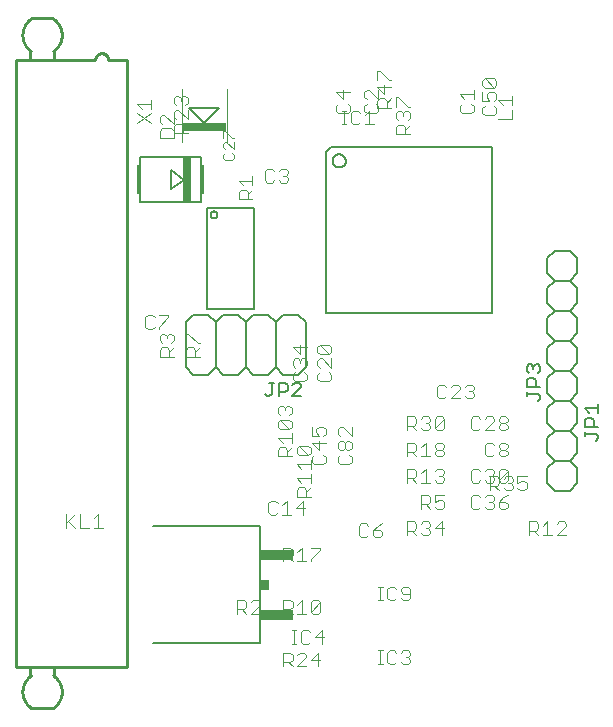
<source format=gbr>
G04 EAGLE Gerber RS-274X export*
G75*
%MOMM*%
%FSLAX34Y34*%
%LPD*%
%INSilkscreen Top*%
%IPPOS*%
%AMOC8*
5,1,8,0,0,1.08239X$1,22.5*%
G01*
%ADD10C,0.101600*%
%ADD11C,0.127000*%
%ADD12R,3.810000X0.635000*%
%ADD13C,0.076200*%
%ADD14C,0.203200*%
%ADD15R,0.762000X0.863600*%
%ADD16R,2.799800X0.900200*%
%ADD17C,0.152400*%
%ADD18C,0.254000*%

G36*
X159940Y396302D02*
X159940Y396302D01*
X160006Y396304D01*
X160049Y396322D01*
X160096Y396330D01*
X160153Y396364D01*
X160213Y396389D01*
X160248Y396420D01*
X160289Y396445D01*
X160331Y396496D01*
X160379Y396540D01*
X160401Y396582D01*
X160430Y396619D01*
X160451Y396681D01*
X160482Y396740D01*
X160490Y396794D01*
X160502Y396831D01*
X160501Y396871D01*
X160509Y396925D01*
X160509Y434925D01*
X160498Y434990D01*
X160496Y435056D01*
X160478Y435099D01*
X160470Y435146D01*
X160436Y435203D01*
X160411Y435263D01*
X160380Y435298D01*
X160355Y435339D01*
X160304Y435381D01*
X160260Y435429D01*
X160218Y435451D01*
X160181Y435480D01*
X160119Y435501D01*
X160060Y435532D01*
X160006Y435540D01*
X159969Y435552D01*
X159929Y435551D01*
X159875Y435559D01*
X153875Y435559D01*
X153810Y435548D01*
X153744Y435546D01*
X153701Y435528D01*
X153654Y435520D01*
X153597Y435486D01*
X153537Y435461D01*
X153502Y435430D01*
X153461Y435405D01*
X153420Y435354D01*
X153371Y435310D01*
X153349Y435268D01*
X153320Y435231D01*
X153299Y435169D01*
X153268Y435110D01*
X153260Y435056D01*
X153248Y435019D01*
X153249Y434979D01*
X153241Y434925D01*
X153241Y396925D01*
X153252Y396860D01*
X153254Y396794D01*
X153272Y396751D01*
X153280Y396704D01*
X153314Y396647D01*
X153339Y396587D01*
X153370Y396552D01*
X153395Y396511D01*
X153446Y396470D01*
X153490Y396421D01*
X153532Y396399D01*
X153569Y396370D01*
X153631Y396349D01*
X153690Y396318D01*
X153744Y396310D01*
X153781Y396298D01*
X153821Y396299D01*
X153875Y396291D01*
X159875Y396291D01*
X159940Y396302D01*
G37*
G36*
X116940Y403302D02*
X116940Y403302D01*
X117006Y403304D01*
X117049Y403322D01*
X117096Y403330D01*
X117153Y403364D01*
X117213Y403389D01*
X117248Y403420D01*
X117289Y403445D01*
X117331Y403496D01*
X117379Y403540D01*
X117401Y403582D01*
X117430Y403619D01*
X117451Y403681D01*
X117482Y403740D01*
X117490Y403794D01*
X117502Y403831D01*
X117501Y403871D01*
X117509Y403925D01*
X117509Y427925D01*
X117498Y427990D01*
X117496Y428056D01*
X117478Y428099D01*
X117470Y428146D01*
X117436Y428203D01*
X117411Y428263D01*
X117380Y428298D01*
X117355Y428339D01*
X117304Y428381D01*
X117260Y428429D01*
X117218Y428451D01*
X117181Y428480D01*
X117119Y428501D01*
X117060Y428532D01*
X117006Y428540D01*
X116969Y428552D01*
X116929Y428551D01*
X116875Y428559D01*
X114875Y428559D01*
X114810Y428548D01*
X114744Y428546D01*
X114701Y428528D01*
X114654Y428520D01*
X114597Y428486D01*
X114537Y428461D01*
X114502Y428430D01*
X114461Y428405D01*
X114420Y428354D01*
X114371Y428310D01*
X114349Y428268D01*
X114320Y428231D01*
X114299Y428169D01*
X114268Y428110D01*
X114260Y428056D01*
X114248Y428019D01*
X114249Y427979D01*
X114241Y427925D01*
X114241Y403925D01*
X114252Y403860D01*
X114254Y403794D01*
X114272Y403751D01*
X114280Y403704D01*
X114314Y403647D01*
X114339Y403587D01*
X114370Y403552D01*
X114395Y403511D01*
X114446Y403470D01*
X114490Y403421D01*
X114532Y403399D01*
X114569Y403370D01*
X114631Y403349D01*
X114690Y403318D01*
X114744Y403310D01*
X114781Y403298D01*
X114821Y403299D01*
X114875Y403291D01*
X116875Y403291D01*
X116940Y403302D01*
G37*
G36*
X170940Y403302D02*
X170940Y403302D01*
X171006Y403304D01*
X171049Y403322D01*
X171096Y403330D01*
X171153Y403364D01*
X171213Y403389D01*
X171248Y403420D01*
X171289Y403445D01*
X171331Y403496D01*
X171379Y403540D01*
X171401Y403582D01*
X171430Y403619D01*
X171451Y403681D01*
X171482Y403740D01*
X171490Y403794D01*
X171502Y403831D01*
X171501Y403871D01*
X171509Y403925D01*
X171509Y427925D01*
X171498Y427990D01*
X171496Y428056D01*
X171478Y428099D01*
X171470Y428146D01*
X171436Y428203D01*
X171411Y428263D01*
X171380Y428298D01*
X171355Y428339D01*
X171304Y428381D01*
X171260Y428429D01*
X171218Y428451D01*
X171181Y428480D01*
X171119Y428501D01*
X171060Y428532D01*
X171006Y428540D01*
X170969Y428552D01*
X170929Y428551D01*
X170875Y428559D01*
X168875Y428559D01*
X168810Y428548D01*
X168744Y428546D01*
X168701Y428528D01*
X168654Y428520D01*
X168597Y428486D01*
X168537Y428461D01*
X168502Y428430D01*
X168461Y428405D01*
X168420Y428354D01*
X168371Y428310D01*
X168349Y428268D01*
X168320Y428231D01*
X168299Y428169D01*
X168268Y428110D01*
X168260Y428056D01*
X168248Y428019D01*
X168249Y427979D01*
X168241Y427925D01*
X168241Y403925D01*
X168252Y403860D01*
X168254Y403794D01*
X168272Y403751D01*
X168280Y403704D01*
X168314Y403647D01*
X168339Y403587D01*
X168370Y403552D01*
X168395Y403511D01*
X168446Y403470D01*
X168490Y403421D01*
X168532Y403399D01*
X168569Y403370D01*
X168631Y403349D01*
X168690Y403318D01*
X168744Y403310D01*
X168781Y403298D01*
X168821Y403299D01*
X168875Y403291D01*
X170875Y403291D01*
X170940Y403302D01*
G37*
D10*
X54326Y132852D02*
X54326Y121158D01*
X54326Y125056D02*
X62122Y132852D01*
X56275Y127005D02*
X62122Y121158D01*
X66020Y121158D02*
X66020Y132852D01*
X66020Y121158D02*
X73816Y121158D01*
X77714Y128954D02*
X81612Y132852D01*
X81612Y121158D01*
X77714Y121158D02*
X85510Y121158D01*
D11*
X116875Y396925D02*
X116875Y434925D01*
X116875Y396925D02*
X168875Y396925D01*
X168875Y434925D01*
X116875Y434925D01*
X142875Y423925D02*
X142875Y407925D01*
X153875Y415925D01*
X142875Y423925D01*
D10*
X190650Y447500D02*
X190650Y492300D01*
X152250Y492300D02*
X152250Y447500D01*
D12*
X171450Y460375D03*
D11*
X171450Y463550D02*
X184150Y476250D01*
X158750Y476250D01*
X171450Y463550D01*
D10*
X145542Y451358D02*
X133848Y451358D01*
X145542Y451358D02*
X145542Y457205D01*
X143593Y459154D01*
X135797Y459154D01*
X133848Y457205D01*
X133848Y451358D01*
X145542Y463052D02*
X145542Y470848D01*
X145542Y463052D02*
X137746Y470848D01*
X135797Y470848D01*
X133848Y468899D01*
X133848Y465001D01*
X135797Y463052D01*
X145673Y455326D02*
X157367Y455326D01*
X145673Y455326D02*
X145673Y461173D01*
X147622Y463122D01*
X151520Y463122D01*
X153469Y461173D01*
X153469Y455326D01*
X153469Y459224D02*
X157367Y463122D01*
X157367Y467020D02*
X157367Y474816D01*
X157367Y467020D02*
X149571Y474816D01*
X147622Y474816D01*
X145673Y472867D01*
X145673Y468969D01*
X147622Y467020D01*
X147622Y478714D02*
X145673Y480663D01*
X145673Y484561D01*
X147622Y486510D01*
X149571Y486510D01*
X151520Y484561D01*
X151520Y482612D01*
X151520Y484561D02*
X153469Y486510D01*
X155418Y486510D01*
X157367Y484561D01*
X157367Y480663D01*
X155418Y478714D01*
D13*
X188631Y438452D02*
X187063Y436884D01*
X187063Y433749D01*
X188631Y432181D01*
X194901Y432181D01*
X196469Y433749D01*
X196469Y436884D01*
X194901Y438452D01*
X196469Y441536D02*
X196469Y447807D01*
X196469Y441536D02*
X190198Y447807D01*
X188631Y447807D01*
X187063Y446239D01*
X187063Y443104D01*
X188631Y441536D01*
X187063Y450891D02*
X187063Y457162D01*
X188631Y457162D01*
X194901Y450891D01*
X196469Y450891D01*
D10*
X354945Y148727D02*
X354945Y137033D01*
X354945Y148727D02*
X360792Y148727D01*
X362741Y146778D01*
X362741Y142880D01*
X360792Y140931D01*
X354945Y140931D01*
X358843Y140931D02*
X362741Y137033D01*
X366639Y148727D02*
X374435Y148727D01*
X366639Y148727D02*
X366639Y142880D01*
X370537Y144829D01*
X372486Y144829D01*
X374435Y142880D01*
X374435Y138982D01*
X372486Y137033D01*
X368588Y137033D01*
X366639Y138982D01*
X343251Y159258D02*
X343251Y170952D01*
X349098Y170952D01*
X351047Y169003D01*
X351047Y165105D01*
X349098Y163156D01*
X343251Y163156D01*
X347149Y163156D02*
X351047Y159258D01*
X354945Y167054D02*
X358843Y170952D01*
X358843Y159258D01*
X354945Y159258D02*
X362741Y159258D01*
X366639Y169003D02*
X368588Y170952D01*
X372486Y170952D01*
X374435Y169003D01*
X374435Y167054D01*
X372486Y165105D01*
X370537Y165105D01*
X372486Y165105D02*
X374435Y163156D01*
X374435Y161207D01*
X372486Y159258D01*
X368588Y159258D01*
X366639Y161207D01*
X343251Y181483D02*
X343251Y193177D01*
X349098Y193177D01*
X351047Y191228D01*
X351047Y187330D01*
X349098Y185381D01*
X343251Y185381D01*
X347149Y185381D02*
X351047Y181483D01*
X354945Y189279D02*
X358843Y193177D01*
X358843Y181483D01*
X354945Y181483D02*
X362741Y181483D01*
X366639Y191228D02*
X368588Y193177D01*
X372486Y193177D01*
X374435Y191228D01*
X374435Y189279D01*
X372486Y187330D01*
X374435Y185381D01*
X374435Y183432D01*
X372486Y181483D01*
X368588Y181483D01*
X366639Y183432D01*
X366639Y185381D01*
X368588Y187330D01*
X366639Y189279D01*
X366639Y191228D01*
X368588Y187330D02*
X372486Y187330D01*
X343251Y203708D02*
X343251Y215402D01*
X349098Y215402D01*
X351047Y213453D01*
X351047Y209555D01*
X349098Y207606D01*
X343251Y207606D01*
X347149Y207606D02*
X351047Y203708D01*
X354945Y213453D02*
X356894Y215402D01*
X360792Y215402D01*
X362741Y213453D01*
X362741Y211504D01*
X360792Y209555D01*
X358843Y209555D01*
X360792Y209555D02*
X362741Y207606D01*
X362741Y205657D01*
X360792Y203708D01*
X356894Y203708D01*
X354945Y205657D01*
X366639Y205657D02*
X366639Y213453D01*
X368588Y215402D01*
X372486Y215402D01*
X374435Y213453D01*
X374435Y205657D01*
X372486Y203708D01*
X368588Y203708D01*
X366639Y205657D01*
X374435Y213453D01*
X403073Y215402D02*
X405022Y213453D01*
X403073Y215402D02*
X399175Y215402D01*
X397226Y213453D01*
X397226Y205657D01*
X399175Y203708D01*
X403073Y203708D01*
X405022Y205657D01*
X408920Y203708D02*
X416716Y203708D01*
X408920Y203708D02*
X416716Y211504D01*
X416716Y213453D01*
X414767Y215402D01*
X410869Y215402D01*
X408920Y213453D01*
X420614Y213453D02*
X422563Y215402D01*
X426461Y215402D01*
X428410Y213453D01*
X428410Y211504D01*
X426461Y209555D01*
X428410Y207606D01*
X428410Y205657D01*
X426461Y203708D01*
X422563Y203708D01*
X420614Y205657D01*
X420614Y207606D01*
X422563Y209555D01*
X420614Y211504D01*
X420614Y213453D01*
X422563Y209555D02*
X426461Y209555D01*
X403073Y170952D02*
X405022Y169003D01*
X403073Y170952D02*
X399175Y170952D01*
X397226Y169003D01*
X397226Y161207D01*
X399175Y159258D01*
X403073Y159258D01*
X405022Y161207D01*
X408920Y169003D02*
X410869Y170952D01*
X414767Y170952D01*
X416716Y169003D01*
X416716Y167054D01*
X414767Y165105D01*
X412818Y165105D01*
X414767Y165105D02*
X416716Y163156D01*
X416716Y161207D01*
X414767Y159258D01*
X410869Y159258D01*
X408920Y161207D01*
X420614Y161207D02*
X420614Y169003D01*
X422563Y170952D01*
X426461Y170952D01*
X428410Y169003D01*
X428410Y161207D01*
X426461Y159258D01*
X422563Y159258D01*
X420614Y161207D01*
X428410Y169003D01*
X405022Y146778D02*
X403073Y148727D01*
X399175Y148727D01*
X397226Y146778D01*
X397226Y138982D01*
X399175Y137033D01*
X403073Y137033D01*
X405022Y138982D01*
X408920Y146778D02*
X410869Y148727D01*
X414767Y148727D01*
X416716Y146778D01*
X416716Y144829D01*
X414767Y142880D01*
X412818Y142880D01*
X414767Y142880D02*
X416716Y140931D01*
X416716Y138982D01*
X414767Y137033D01*
X410869Y137033D01*
X408920Y138982D01*
X424512Y146778D02*
X428410Y148727D01*
X424512Y146778D02*
X420614Y142880D01*
X420614Y138982D01*
X422563Y137033D01*
X426461Y137033D01*
X428410Y138982D01*
X428410Y140931D01*
X426461Y142880D01*
X420614Y142880D01*
X343251Y126502D02*
X343251Y114808D01*
X343251Y126502D02*
X349098Y126502D01*
X351047Y124553D01*
X351047Y120655D01*
X349098Y118706D01*
X343251Y118706D01*
X347149Y118706D02*
X351047Y114808D01*
X354945Y124553D02*
X356894Y126502D01*
X360792Y126502D01*
X362741Y124553D01*
X362741Y122604D01*
X360792Y120655D01*
X358843Y120655D01*
X360792Y120655D02*
X362741Y118706D01*
X362741Y116757D01*
X360792Y114808D01*
X356894Y114808D01*
X354945Y116757D01*
X372486Y114808D02*
X372486Y126502D01*
X366639Y120655D01*
X374435Y120655D01*
X413258Y152908D02*
X413258Y164602D01*
X419105Y164602D01*
X421054Y162653D01*
X421054Y158755D01*
X419105Y156806D01*
X413258Y156806D01*
X417156Y156806D02*
X421054Y152908D01*
X424952Y162653D02*
X426901Y164602D01*
X430799Y164602D01*
X432748Y162653D01*
X432748Y160704D01*
X430799Y158755D01*
X428850Y158755D01*
X430799Y158755D02*
X432748Y156806D01*
X432748Y154857D01*
X430799Y152908D01*
X426901Y152908D01*
X424952Y154857D01*
X436646Y164602D02*
X444442Y164602D01*
X436646Y164602D02*
X436646Y158755D01*
X440544Y160704D01*
X442493Y160704D01*
X444442Y158755D01*
X444442Y154857D01*
X442493Y152908D01*
X438595Y152908D01*
X436646Y154857D01*
X345567Y454376D02*
X333873Y454376D01*
X333873Y460223D01*
X335822Y462172D01*
X339720Y462172D01*
X341669Y460223D01*
X341669Y454376D01*
X341669Y458274D02*
X345567Y462172D01*
X335822Y466070D02*
X333873Y468019D01*
X333873Y471917D01*
X335822Y473866D01*
X337771Y473866D01*
X339720Y471917D01*
X339720Y469968D01*
X339720Y471917D02*
X341669Y473866D01*
X343618Y473866D01*
X345567Y471917D01*
X345567Y468019D01*
X343618Y466070D01*
X333873Y477764D02*
X333873Y485560D01*
X335822Y485560D01*
X343618Y477764D01*
X345567Y477764D01*
X329692Y476758D02*
X317998Y476758D01*
X317998Y482605D01*
X319947Y484554D01*
X323845Y484554D01*
X325794Y482605D01*
X325794Y476758D01*
X325794Y480656D02*
X329692Y484554D01*
X329692Y494299D02*
X317998Y494299D01*
X323845Y488452D01*
X323845Y496248D01*
X317998Y500146D02*
X317998Y507942D01*
X319947Y507942D01*
X327743Y500146D01*
X329692Y500146D01*
X387848Y478267D02*
X389797Y480216D01*
X387848Y478267D02*
X387848Y474369D01*
X389797Y472420D01*
X397593Y472420D01*
X399542Y474369D01*
X399542Y478267D01*
X397593Y480216D01*
X391746Y484114D02*
X387848Y488012D01*
X399542Y488012D01*
X399542Y484114D02*
X399542Y491910D01*
X308835Y480216D02*
X306886Y478267D01*
X306886Y474369D01*
X308835Y472420D01*
X316631Y472420D01*
X318580Y474369D01*
X318580Y478267D01*
X316631Y480216D01*
X318580Y484114D02*
X318580Y491910D01*
X318580Y484114D02*
X310784Y491910D01*
X308835Y491910D01*
X306886Y489961D01*
X306886Y486063D01*
X308835Y484114D01*
X248510Y252779D02*
X246561Y250830D01*
X246561Y246932D01*
X248510Y244983D01*
X256306Y244983D01*
X258255Y246932D01*
X258255Y250830D01*
X256306Y252779D01*
X248510Y256677D02*
X246561Y258626D01*
X246561Y262524D01*
X248510Y264473D01*
X250459Y264473D01*
X252408Y262524D01*
X252408Y260575D01*
X252408Y262524D02*
X254357Y264473D01*
X256306Y264473D01*
X258255Y262524D01*
X258255Y258626D01*
X256306Y256677D01*
X258255Y274218D02*
X246561Y274218D01*
X252408Y268371D01*
X252408Y276167D01*
X269147Y252779D02*
X267198Y250830D01*
X267198Y246932D01*
X269147Y244983D01*
X276943Y244983D01*
X278892Y246932D01*
X278892Y250830D01*
X276943Y252779D01*
X278892Y256677D02*
X278892Y264473D01*
X278892Y256677D02*
X271096Y264473D01*
X269147Y264473D01*
X267198Y262524D01*
X267198Y258626D01*
X269147Y256677D01*
X269147Y268371D02*
X276943Y268371D01*
X269147Y268371D02*
X267198Y270320D01*
X267198Y274218D01*
X269147Y276167D01*
X276943Y276167D01*
X278892Y274218D01*
X278892Y270320D01*
X276943Y268371D01*
X269147Y276167D01*
X374498Y242389D02*
X376447Y240440D01*
X374498Y242389D02*
X370600Y242389D01*
X368651Y240440D01*
X368651Y232644D01*
X370600Y230696D01*
X374498Y230696D01*
X376447Y232644D01*
X380345Y230696D02*
X388141Y230696D01*
X388141Y238491D02*
X380345Y230696D01*
X388141Y238491D02*
X388141Y240440D01*
X386192Y242389D01*
X382294Y242389D01*
X380345Y240440D01*
X392039Y240440D02*
X393988Y242389D01*
X397886Y242389D01*
X399835Y240440D01*
X399835Y238491D01*
X397886Y236542D01*
X395937Y236542D01*
X397886Y236542D02*
X399835Y234593D01*
X399835Y232644D01*
X397886Y230696D01*
X393988Y230696D01*
X392039Y232644D01*
D14*
X218415Y122195D02*
X128375Y122195D01*
X218415Y122195D02*
X218415Y23855D01*
X128375Y23855D01*
D15*
X222641Y73025D03*
D16*
X233425Y47625D03*
X233425Y98425D03*
D10*
X245549Y22733D02*
X249447Y22733D01*
X247498Y22733D02*
X247498Y34427D01*
X245549Y34427D02*
X249447Y34427D01*
X259192Y34427D02*
X261141Y32478D01*
X259192Y34427D02*
X255294Y34427D01*
X253345Y32478D01*
X253345Y24682D01*
X255294Y22733D01*
X259192Y22733D01*
X261141Y24682D01*
X270886Y22733D02*
X270886Y34427D01*
X265039Y28580D01*
X272835Y28580D01*
D11*
X213675Y306250D02*
X213675Y392250D01*
X213675Y306250D02*
X173675Y306250D01*
X173675Y392250D01*
X213675Y392250D01*
X176847Y386250D02*
X176849Y386356D01*
X176855Y386461D01*
X176865Y386567D01*
X176879Y386671D01*
X176896Y386776D01*
X176918Y386879D01*
X176943Y386982D01*
X176973Y387084D01*
X177006Y387184D01*
X177042Y387283D01*
X177083Y387381D01*
X177127Y387477D01*
X177175Y387571D01*
X177226Y387664D01*
X177280Y387755D01*
X177338Y387843D01*
X177400Y387929D01*
X177464Y388013D01*
X177531Y388095D01*
X177602Y388174D01*
X177675Y388250D01*
X177751Y388323D01*
X177830Y388394D01*
X177912Y388461D01*
X177996Y388525D01*
X178082Y388587D01*
X178170Y388645D01*
X178261Y388699D01*
X178354Y388750D01*
X178448Y388798D01*
X178544Y388842D01*
X178642Y388883D01*
X178741Y388919D01*
X178841Y388952D01*
X178943Y388982D01*
X179046Y389007D01*
X179149Y389029D01*
X179254Y389046D01*
X179358Y389060D01*
X179464Y389070D01*
X179569Y389076D01*
X179675Y389078D01*
X179781Y389076D01*
X179886Y389070D01*
X179992Y389060D01*
X180096Y389046D01*
X180201Y389029D01*
X180304Y389007D01*
X180407Y388982D01*
X180509Y388952D01*
X180609Y388919D01*
X180708Y388883D01*
X180806Y388842D01*
X180902Y388798D01*
X180996Y388750D01*
X181089Y388699D01*
X181180Y388645D01*
X181268Y388587D01*
X181354Y388525D01*
X181438Y388461D01*
X181520Y388394D01*
X181599Y388323D01*
X181675Y388250D01*
X181748Y388174D01*
X181819Y388095D01*
X181886Y388013D01*
X181950Y387929D01*
X182012Y387843D01*
X182070Y387755D01*
X182124Y387664D01*
X182175Y387571D01*
X182223Y387477D01*
X182267Y387381D01*
X182308Y387283D01*
X182344Y387184D01*
X182377Y387084D01*
X182407Y386982D01*
X182432Y386879D01*
X182454Y386776D01*
X182471Y386671D01*
X182485Y386567D01*
X182495Y386461D01*
X182501Y386356D01*
X182503Y386250D01*
X182501Y386144D01*
X182495Y386039D01*
X182485Y385933D01*
X182471Y385829D01*
X182454Y385724D01*
X182432Y385621D01*
X182407Y385518D01*
X182377Y385416D01*
X182344Y385316D01*
X182308Y385217D01*
X182267Y385119D01*
X182223Y385023D01*
X182175Y384929D01*
X182124Y384836D01*
X182070Y384745D01*
X182012Y384657D01*
X181950Y384571D01*
X181886Y384487D01*
X181819Y384405D01*
X181748Y384326D01*
X181675Y384250D01*
X181599Y384177D01*
X181520Y384106D01*
X181438Y384039D01*
X181354Y383975D01*
X181268Y383913D01*
X181180Y383855D01*
X181089Y383801D01*
X180996Y383750D01*
X180902Y383702D01*
X180806Y383658D01*
X180708Y383617D01*
X180609Y383581D01*
X180509Y383548D01*
X180407Y383518D01*
X180304Y383493D01*
X180201Y383471D01*
X180096Y383454D01*
X179992Y383440D01*
X179886Y383430D01*
X179781Y383424D01*
X179675Y383422D01*
X179569Y383424D01*
X179464Y383430D01*
X179358Y383440D01*
X179254Y383454D01*
X179149Y383471D01*
X179046Y383493D01*
X178943Y383518D01*
X178841Y383548D01*
X178741Y383581D01*
X178642Y383617D01*
X178544Y383658D01*
X178448Y383702D01*
X178354Y383750D01*
X178261Y383801D01*
X178170Y383855D01*
X178082Y383913D01*
X177996Y383975D01*
X177912Y384039D01*
X177830Y384106D01*
X177751Y384177D01*
X177675Y384250D01*
X177602Y384326D01*
X177531Y384405D01*
X177464Y384487D01*
X177400Y384571D01*
X177338Y384657D01*
X177280Y384745D01*
X177226Y384836D01*
X177175Y384929D01*
X177127Y385023D01*
X177083Y385119D01*
X177042Y385217D01*
X177006Y385316D01*
X176973Y385416D01*
X176943Y385518D01*
X176918Y385621D01*
X176896Y385724D01*
X176879Y385829D01*
X176865Y385933D01*
X176855Y386039D01*
X176849Y386144D01*
X176847Y386250D01*
D10*
X200523Y399395D02*
X212217Y399395D01*
X200523Y399395D02*
X200523Y405242D01*
X202472Y407191D01*
X206370Y407191D01*
X208319Y405242D01*
X208319Y399395D01*
X208319Y403293D02*
X212217Y407191D01*
X204421Y411089D02*
X200523Y414987D01*
X212217Y414987D01*
X212217Y411089D02*
X212217Y418885D01*
X228605Y424952D02*
X230554Y423003D01*
X228605Y424952D02*
X224707Y424952D01*
X222758Y423003D01*
X222758Y415207D01*
X224707Y413258D01*
X228605Y413258D01*
X230554Y415207D01*
X234452Y423003D02*
X236401Y424952D01*
X240299Y424952D01*
X242248Y423003D01*
X242248Y421054D01*
X240299Y419105D01*
X238350Y419105D01*
X240299Y419105D02*
X242248Y417156D01*
X242248Y415207D01*
X240299Y413258D01*
X236401Y413258D01*
X234452Y415207D01*
X283073Y478267D02*
X285022Y480216D01*
X283073Y478267D02*
X283073Y474369D01*
X285022Y472420D01*
X292818Y472420D01*
X294767Y474369D01*
X294767Y478267D01*
X292818Y480216D01*
X294767Y489961D02*
X283073Y489961D01*
X288920Y484114D01*
X288920Y491910D01*
X238476Y15377D02*
X238476Y3683D01*
X238476Y15377D02*
X244323Y15377D01*
X246272Y13428D01*
X246272Y9530D01*
X244323Y7581D01*
X238476Y7581D01*
X242374Y7581D02*
X246272Y3683D01*
X250170Y3683D02*
X257966Y3683D01*
X250170Y3683D02*
X257966Y11479D01*
X257966Y13428D01*
X256017Y15377D01*
X252119Y15377D01*
X250170Y13428D01*
X267711Y15377D02*
X267711Y3683D01*
X261864Y9530D02*
X267711Y15377D01*
X269660Y9530D02*
X261864Y9530D01*
X310354Y122965D02*
X308405Y124914D01*
X304507Y124914D01*
X302558Y122965D01*
X302558Y115169D01*
X304507Y113221D01*
X308405Y113221D01*
X310354Y115169D01*
X318149Y122965D02*
X322047Y124914D01*
X318149Y122965D02*
X314252Y119067D01*
X314252Y115169D01*
X316200Y113221D01*
X320098Y113221D01*
X322047Y115169D01*
X322047Y117118D01*
X320098Y119067D01*
X314252Y119067D01*
X318574Y5588D02*
X322472Y5588D01*
X320523Y5588D02*
X320523Y17282D01*
X318574Y17282D02*
X322472Y17282D01*
X332217Y17282D02*
X334166Y15333D01*
X332217Y17282D02*
X328319Y17282D01*
X326370Y15333D01*
X326370Y7537D01*
X328319Y5588D01*
X332217Y5588D01*
X334166Y7537D01*
X338064Y15333D02*
X340013Y17282D01*
X343911Y17282D01*
X345860Y15333D01*
X345860Y13384D01*
X343911Y11435D01*
X341962Y11435D01*
X343911Y11435D02*
X345860Y9486D01*
X345860Y7537D01*
X343911Y5588D01*
X340013Y5588D01*
X338064Y7537D01*
X199370Y48133D02*
X199370Y59827D01*
X205217Y59827D01*
X207166Y57878D01*
X207166Y53980D01*
X205217Y52031D01*
X199370Y52031D01*
X203268Y52031D02*
X207166Y48133D01*
X211064Y48133D02*
X218860Y48133D01*
X211064Y48133D02*
X218860Y55929D01*
X218860Y57878D01*
X216911Y59827D01*
X213013Y59827D01*
X211064Y57878D01*
D17*
X414848Y302703D02*
X414848Y443423D01*
X414848Y302703D02*
X274128Y302703D01*
X274128Y439103D01*
X278448Y443423D02*
X414848Y443423D01*
X278448Y443423D02*
X274128Y439103D01*
X280098Y431864D02*
X280100Y432013D01*
X280106Y432163D01*
X280116Y432312D01*
X280130Y432461D01*
X280148Y432609D01*
X280170Y432757D01*
X280196Y432904D01*
X280225Y433050D01*
X280259Y433196D01*
X280297Y433341D01*
X280338Y433484D01*
X280383Y433627D01*
X280432Y433768D01*
X280485Y433908D01*
X280541Y434046D01*
X280602Y434183D01*
X280665Y434318D01*
X280733Y434451D01*
X280804Y434583D01*
X280878Y434712D01*
X280956Y434840D01*
X281037Y434965D01*
X281122Y435088D01*
X281210Y435209D01*
X281301Y435328D01*
X281395Y435444D01*
X281492Y435557D01*
X281592Y435668D01*
X281696Y435776D01*
X281802Y435882D01*
X281910Y435984D01*
X282022Y436083D01*
X282136Y436180D01*
X282253Y436273D01*
X282372Y436364D01*
X282493Y436451D01*
X282617Y436534D01*
X282743Y436615D01*
X282871Y436692D01*
X283001Y436765D01*
X283133Y436835D01*
X283267Y436902D01*
X283402Y436965D01*
X283540Y437024D01*
X283678Y437080D01*
X283818Y437131D01*
X283960Y437179D01*
X284103Y437224D01*
X284246Y437264D01*
X284391Y437301D01*
X284537Y437333D01*
X284684Y437362D01*
X284831Y437387D01*
X284979Y437408D01*
X285128Y437425D01*
X285276Y437438D01*
X285426Y437447D01*
X285575Y437452D01*
X285724Y437453D01*
X285874Y437450D01*
X286023Y437443D01*
X286172Y437432D01*
X286321Y437417D01*
X286469Y437398D01*
X286617Y437375D01*
X286764Y437348D01*
X286910Y437318D01*
X287055Y437283D01*
X287200Y437244D01*
X287343Y437202D01*
X287485Y437156D01*
X287626Y437106D01*
X287765Y437052D01*
X287903Y436995D01*
X288040Y436934D01*
X288174Y436869D01*
X288307Y436801D01*
X288438Y436729D01*
X288567Y436654D01*
X288694Y436575D01*
X288819Y436493D01*
X288942Y436407D01*
X289062Y436319D01*
X289180Y436227D01*
X289295Y436132D01*
X289408Y436034D01*
X289518Y435933D01*
X289626Y435829D01*
X289730Y435722D01*
X289832Y435613D01*
X289931Y435501D01*
X290027Y435386D01*
X290119Y435269D01*
X290209Y435149D01*
X290295Y435027D01*
X290378Y434903D01*
X290457Y434776D01*
X290533Y434648D01*
X290606Y434517D01*
X290675Y434385D01*
X290741Y434250D01*
X290803Y434114D01*
X290861Y433977D01*
X290916Y433838D01*
X290967Y433697D01*
X291014Y433556D01*
X291057Y433413D01*
X291097Y433268D01*
X291132Y433123D01*
X291164Y432977D01*
X291192Y432830D01*
X291216Y432683D01*
X291236Y432535D01*
X291252Y432386D01*
X291264Y432237D01*
X291272Y432088D01*
X291276Y431939D01*
X291276Y431789D01*
X291272Y431640D01*
X291264Y431491D01*
X291252Y431342D01*
X291236Y431193D01*
X291216Y431045D01*
X291192Y430898D01*
X291164Y430751D01*
X291132Y430605D01*
X291097Y430460D01*
X291057Y430315D01*
X291014Y430172D01*
X290967Y430031D01*
X290916Y429890D01*
X290861Y429751D01*
X290803Y429614D01*
X290741Y429478D01*
X290675Y429343D01*
X290606Y429211D01*
X290533Y429080D01*
X290457Y428952D01*
X290378Y428825D01*
X290295Y428701D01*
X290209Y428579D01*
X290119Y428459D01*
X290027Y428342D01*
X289931Y428227D01*
X289832Y428115D01*
X289730Y428006D01*
X289626Y427899D01*
X289518Y427795D01*
X289408Y427694D01*
X289295Y427596D01*
X289180Y427501D01*
X289062Y427409D01*
X288942Y427321D01*
X288819Y427235D01*
X288694Y427153D01*
X288567Y427074D01*
X288438Y426999D01*
X288307Y426927D01*
X288174Y426859D01*
X288040Y426794D01*
X287903Y426733D01*
X287765Y426676D01*
X287626Y426622D01*
X287485Y426572D01*
X287343Y426526D01*
X287200Y426484D01*
X287055Y426445D01*
X286910Y426410D01*
X286764Y426380D01*
X286617Y426353D01*
X286469Y426330D01*
X286321Y426311D01*
X286172Y426296D01*
X286023Y426285D01*
X285874Y426278D01*
X285724Y426275D01*
X285575Y426276D01*
X285426Y426281D01*
X285276Y426290D01*
X285128Y426303D01*
X284979Y426320D01*
X284831Y426341D01*
X284684Y426366D01*
X284537Y426395D01*
X284391Y426427D01*
X284246Y426464D01*
X284103Y426504D01*
X283960Y426549D01*
X283818Y426597D01*
X283678Y426648D01*
X283540Y426704D01*
X283402Y426763D01*
X283267Y426826D01*
X283133Y426893D01*
X283001Y426963D01*
X282871Y427036D01*
X282743Y427113D01*
X282617Y427194D01*
X282493Y427277D01*
X282372Y427364D01*
X282253Y427455D01*
X282136Y427548D01*
X282022Y427645D01*
X281910Y427744D01*
X281802Y427846D01*
X281696Y427952D01*
X281592Y428060D01*
X281492Y428171D01*
X281395Y428284D01*
X281301Y428400D01*
X281210Y428519D01*
X281122Y428640D01*
X281037Y428763D01*
X280956Y428888D01*
X280878Y429016D01*
X280804Y429145D01*
X280733Y429277D01*
X280665Y429410D01*
X280602Y429545D01*
X280541Y429682D01*
X280485Y429820D01*
X280432Y429960D01*
X280383Y430101D01*
X280338Y430244D01*
X280297Y430387D01*
X280259Y430532D01*
X280225Y430678D01*
X280196Y430824D01*
X280170Y430971D01*
X280148Y431119D01*
X280130Y431267D01*
X280116Y431416D01*
X280106Y431565D01*
X280100Y431715D01*
X280098Y431864D01*
D10*
X287846Y462598D02*
X291743Y462598D01*
X289794Y462598D02*
X289794Y474291D01*
X287846Y474291D02*
X291743Y474291D01*
X301488Y474291D02*
X303437Y472342D01*
X301488Y474291D02*
X297590Y474291D01*
X295641Y472342D01*
X295641Y464546D01*
X297590Y462598D01*
X301488Y462598D01*
X303437Y464546D01*
X307335Y470393D02*
X311233Y474291D01*
X311233Y462598D01*
X307335Y462598D02*
X315131Y462598D01*
X129379Y299178D02*
X127430Y301127D01*
X123532Y301127D01*
X121583Y299178D01*
X121583Y291382D01*
X123532Y289433D01*
X127430Y289433D01*
X129379Y291382D01*
X133277Y301127D02*
X141072Y301127D01*
X141072Y299178D01*
X133277Y291382D01*
X133277Y289433D01*
X133848Y266045D02*
X145542Y266045D01*
X133848Y266045D02*
X133848Y271892D01*
X135797Y273841D01*
X139695Y273841D01*
X141644Y271892D01*
X141644Y266045D01*
X141644Y269943D02*
X145542Y273841D01*
X135797Y277739D02*
X133848Y279688D01*
X133848Y283586D01*
X135797Y285535D01*
X137746Y285535D01*
X139695Y283586D01*
X139695Y281637D01*
X139695Y283586D02*
X141644Y285535D01*
X143593Y285535D01*
X145542Y283586D01*
X145542Y279688D01*
X143593Y277739D01*
X156073Y266045D02*
X167767Y266045D01*
X156073Y266045D02*
X156073Y271892D01*
X158022Y273841D01*
X161920Y273841D01*
X163869Y271892D01*
X163869Y266045D01*
X163869Y269943D02*
X167767Y273841D01*
X156073Y277739D02*
X156073Y285535D01*
X158022Y285535D01*
X165818Y277739D01*
X167767Y277739D01*
X420233Y467340D02*
X431927Y467340D01*
X431927Y475136D01*
X424131Y479034D02*
X420233Y482932D01*
X431927Y482932D01*
X431927Y479034D02*
X431927Y486830D01*
X408847Y478204D02*
X406898Y476255D01*
X406898Y472357D01*
X408847Y470408D01*
X416643Y470408D01*
X418592Y472357D01*
X418592Y476255D01*
X416643Y478204D01*
X406898Y482102D02*
X406898Y489898D01*
X406898Y482102D02*
X412745Y482102D01*
X410796Y486000D01*
X410796Y487949D01*
X412745Y489898D01*
X416643Y489898D01*
X418592Y487949D01*
X418592Y484051D01*
X416643Y482102D01*
X416643Y493796D02*
X408847Y493796D01*
X406898Y495745D01*
X406898Y499643D01*
X408847Y501592D01*
X416643Y501592D01*
X418592Y499643D01*
X418592Y495745D01*
X416643Y493796D01*
X408847Y501592D01*
D17*
X250825Y301625D02*
X257175Y295275D01*
X238125Y301625D02*
X231775Y295275D01*
X225425Y301625D01*
X212725Y301625D02*
X206375Y295275D01*
X200025Y301625D01*
X187325Y301625D02*
X180975Y295275D01*
X257175Y295275D02*
X257175Y257175D01*
X250825Y250825D01*
X238125Y250825D01*
X231775Y257175D01*
X225425Y250825D01*
X212725Y250825D01*
X206375Y257175D01*
X200025Y250825D01*
X187325Y250825D01*
X180975Y257175D01*
X231775Y257175D02*
X231775Y295275D01*
X206375Y295275D02*
X206375Y257175D01*
X180975Y257175D02*
X180975Y295275D01*
X187325Y301625D02*
X200025Y301625D01*
X212725Y301625D02*
X225425Y301625D01*
X238125Y301625D02*
X250825Y301625D01*
X180975Y295275D02*
X174625Y301625D01*
X161925Y301625D02*
X155575Y295275D01*
X180975Y257175D02*
X174625Y250825D01*
X161925Y250825D01*
X155575Y257175D01*
X155575Y295275D01*
X161925Y301625D02*
X174625Y301625D01*
D11*
X222728Y234317D02*
X224635Y232410D01*
X226541Y232410D01*
X228448Y234317D01*
X228448Y243850D01*
X226541Y243850D02*
X230355Y243850D01*
X234422Y243850D02*
X234422Y232410D01*
X234422Y243850D02*
X240142Y243850D01*
X242049Y241943D01*
X242049Y238130D01*
X240142Y236223D01*
X234422Y236223D01*
X246116Y232410D02*
X253742Y232410D01*
X246116Y232410D02*
X253742Y240037D01*
X253742Y241943D01*
X251836Y243850D01*
X248023Y243850D01*
X246116Y241943D01*
D10*
X238476Y59827D02*
X238476Y48133D01*
X238476Y59827D02*
X244323Y59827D01*
X246272Y57878D01*
X246272Y53980D01*
X244323Y52031D01*
X238476Y52031D01*
X242374Y52031D02*
X246272Y48133D01*
X250170Y55929D02*
X254068Y59827D01*
X254068Y48133D01*
X250170Y48133D02*
X257966Y48133D01*
X261864Y50082D02*
X261864Y57878D01*
X263813Y59827D01*
X267711Y59827D01*
X269660Y57878D01*
X269660Y50082D01*
X267711Y48133D01*
X263813Y48133D01*
X261864Y50082D01*
X269660Y57878D01*
X414767Y193177D02*
X416716Y191228D01*
X414767Y193177D02*
X410869Y193177D01*
X408920Y191228D01*
X408920Y183432D01*
X410869Y181483D01*
X414767Y181483D01*
X416716Y183432D01*
X420614Y191228D02*
X422563Y193177D01*
X426461Y193177D01*
X428410Y191228D01*
X428410Y189279D01*
X426461Y187330D01*
X428410Y185381D01*
X428410Y183432D01*
X426461Y181483D01*
X422563Y181483D01*
X420614Y183432D01*
X420614Y185381D01*
X422563Y187330D01*
X420614Y189279D01*
X420614Y191228D01*
X422563Y187330D02*
X426461Y187330D01*
X245555Y181483D02*
X233861Y181483D01*
X233861Y187330D01*
X235810Y189279D01*
X239708Y189279D01*
X241657Y187330D01*
X241657Y181483D01*
X241657Y185381D02*
X245555Y189279D01*
X237759Y193177D02*
X233861Y197075D01*
X245555Y197075D01*
X245555Y193177D02*
X245555Y200973D01*
X243606Y204871D02*
X235810Y204871D01*
X233861Y206820D01*
X233861Y210718D01*
X235810Y212667D01*
X243606Y212667D01*
X245555Y210718D01*
X245555Y206820D01*
X243606Y204871D01*
X235810Y212667D01*
X235810Y216565D02*
X233861Y218514D01*
X233861Y222412D01*
X235810Y224361D01*
X237759Y224361D01*
X239708Y222412D01*
X239708Y220463D01*
X239708Y222412D02*
X241657Y224361D01*
X243606Y224361D01*
X245555Y222412D01*
X245555Y218514D01*
X243606Y216565D01*
X249736Y147407D02*
X261430Y147407D01*
X249736Y147407D02*
X249736Y153254D01*
X251685Y155203D01*
X255583Y155203D01*
X257532Y153254D01*
X257532Y147407D01*
X257532Y151305D02*
X261430Y155203D01*
X253634Y159101D02*
X249736Y162999D01*
X261430Y162999D01*
X261430Y159101D02*
X261430Y166897D01*
X253634Y170795D02*
X249736Y174693D01*
X261430Y174693D01*
X261430Y170795D02*
X261430Y178591D01*
X259481Y182489D02*
X251685Y182489D01*
X249736Y184438D01*
X249736Y188336D01*
X251685Y190285D01*
X259481Y190285D01*
X261430Y188336D01*
X261430Y184438D01*
X259481Y182489D01*
X251685Y190285D01*
X231623Y143964D02*
X233572Y142015D01*
X231623Y143964D02*
X227725Y143964D01*
X225776Y142015D01*
X225776Y134219D01*
X227725Y132271D01*
X231623Y132271D01*
X233572Y134219D01*
X237470Y140066D02*
X241368Y143964D01*
X241368Y132271D01*
X237470Y132271D02*
X245266Y132271D01*
X255011Y132271D02*
X255011Y143964D01*
X249164Y138117D01*
X256960Y138117D01*
X284661Y180980D02*
X286610Y182929D01*
X284661Y180980D02*
X284661Y177082D01*
X286610Y175133D01*
X294406Y175133D01*
X296355Y177082D01*
X296355Y180980D01*
X294406Y182929D01*
X286610Y186827D02*
X284661Y188776D01*
X284661Y192674D01*
X286610Y194623D01*
X288559Y194623D01*
X290508Y192674D01*
X292457Y194623D01*
X294406Y194623D01*
X296355Y192674D01*
X296355Y188776D01*
X294406Y186827D01*
X292457Y186827D01*
X290508Y188776D01*
X288559Y186827D01*
X286610Y186827D01*
X290508Y188776D02*
X290508Y192674D01*
X296355Y198521D02*
X296355Y206317D01*
X296355Y198521D02*
X288559Y206317D01*
X286610Y206317D01*
X284661Y204368D01*
X284661Y200470D01*
X286610Y198521D01*
X264385Y182929D02*
X262436Y180980D01*
X262436Y177082D01*
X264385Y175133D01*
X272181Y175133D01*
X274130Y177082D01*
X274130Y180980D01*
X272181Y182929D01*
X274130Y192674D02*
X262436Y192674D01*
X268283Y186827D01*
X268283Y194623D01*
X262436Y198521D02*
X262436Y206317D01*
X262436Y198521D02*
X268283Y198521D01*
X266334Y202419D01*
X266334Y204368D01*
X268283Y206317D01*
X272181Y206317D01*
X274130Y204368D01*
X274130Y200470D01*
X272181Y198521D01*
D17*
X461963Y311150D02*
X461963Y323850D01*
X468313Y330200D01*
X481013Y330200D01*
X487363Y323850D01*
X461963Y285750D02*
X468313Y279400D01*
X461963Y285750D02*
X461963Y298450D01*
X468313Y304800D01*
X481013Y304800D01*
X487363Y298450D01*
X487363Y285750D01*
X481013Y279400D01*
X468313Y304800D02*
X461963Y311150D01*
X481013Y304800D02*
X487363Y311150D01*
X487363Y323850D01*
X461963Y247650D02*
X461963Y234950D01*
X461963Y247650D02*
X468313Y254000D01*
X481013Y254000D01*
X487363Y247650D01*
X468313Y254000D02*
X461963Y260350D01*
X461963Y273050D01*
X468313Y279400D01*
X481013Y279400D01*
X487363Y273050D01*
X487363Y260350D01*
X481013Y254000D01*
X481013Y228600D02*
X468313Y228600D01*
X461963Y234950D01*
X481013Y228600D02*
X487363Y234950D01*
X487363Y247650D01*
X461963Y336550D02*
X461963Y349250D01*
X468313Y355600D01*
X481013Y355600D01*
X487363Y349250D01*
X468313Y330200D02*
X461963Y336550D01*
X481013Y330200D02*
X487363Y336550D01*
X487363Y349250D01*
D11*
X455740Y230380D02*
X453833Y228473D01*
X455740Y230380D02*
X455740Y232286D01*
X453833Y234193D01*
X444300Y234193D01*
X444300Y232286D02*
X444300Y236100D01*
X444300Y240167D02*
X455740Y240167D01*
X444300Y240167D02*
X444300Y245887D01*
X446206Y247793D01*
X450020Y247793D01*
X451926Y245887D01*
X451926Y240167D01*
X446206Y251861D02*
X444300Y253768D01*
X444300Y257581D01*
X446206Y259487D01*
X448113Y259487D01*
X450020Y257581D01*
X450020Y255674D01*
X450020Y257581D02*
X451926Y259487D01*
X453833Y259487D01*
X455740Y257581D01*
X455740Y253768D01*
X453833Y251861D01*
D10*
X322472Y59563D02*
X318574Y59563D01*
X320523Y59563D02*
X320523Y71257D01*
X318574Y71257D02*
X322472Y71257D01*
X332217Y71257D02*
X334166Y69308D01*
X332217Y71257D02*
X328319Y71257D01*
X326370Y69308D01*
X326370Y61512D01*
X328319Y59563D01*
X332217Y59563D01*
X334166Y61512D01*
X338064Y61512D02*
X340013Y59563D01*
X343911Y59563D01*
X345860Y61512D01*
X345860Y69308D01*
X343911Y71257D01*
X340013Y71257D01*
X338064Y69308D01*
X338064Y67359D01*
X340013Y65410D01*
X345860Y65410D01*
X238476Y92583D02*
X238476Y104277D01*
X244323Y104277D01*
X246272Y102328D01*
X246272Y98430D01*
X244323Y96481D01*
X238476Y96481D01*
X242374Y96481D02*
X246272Y92583D01*
X250170Y100379D02*
X254068Y104277D01*
X254068Y92583D01*
X250170Y92583D02*
X257966Y92583D01*
X261864Y104277D02*
X269660Y104277D01*
X269660Y102328D01*
X261864Y94532D01*
X261864Y92583D01*
X446439Y114808D02*
X446439Y126502D01*
X452286Y126502D01*
X454235Y124553D01*
X454235Y120655D01*
X452286Y118706D01*
X446439Y118706D01*
X450337Y118706D02*
X454235Y114808D01*
X458133Y122604D02*
X462030Y126502D01*
X462030Y114808D01*
X458133Y114808D02*
X465928Y114808D01*
X469826Y114808D02*
X477622Y114808D01*
X469826Y114808D02*
X477622Y122604D01*
X477622Y124553D01*
X475673Y126502D01*
X471775Y126502D01*
X469826Y124553D01*
D18*
X12150Y3350D02*
X12150Y517350D01*
X79150Y517350D01*
X90150Y517350D02*
X106150Y517350D01*
X106150Y3350D01*
X12150Y3350D01*
X25150Y-3650D02*
X24812Y-3874D01*
X24479Y-4106D01*
X24151Y-4345D01*
X23830Y-4593D01*
X23515Y-4848D01*
X23206Y-5111D01*
X22904Y-5382D01*
X22608Y-5660D01*
X22319Y-5945D01*
X22037Y-6236D01*
X21763Y-6535D01*
X21495Y-6840D01*
X21236Y-7152D01*
X20984Y-7470D01*
X20739Y-7794D01*
X20503Y-8124D01*
X20275Y-8459D01*
X20055Y-8800D01*
X19844Y-9146D01*
X19641Y-9497D01*
X19446Y-9854D01*
X19260Y-10214D01*
X19084Y-10579D01*
X18916Y-10949D01*
X18757Y-11322D01*
X18607Y-11699D01*
X18467Y-12080D01*
X18336Y-12464D01*
X18214Y-12851D01*
X18102Y-13241D01*
X17999Y-13633D01*
X17906Y-14028D01*
X17822Y-14425D01*
X17749Y-14824D01*
X17685Y-15224D01*
X17630Y-15626D01*
X17586Y-16030D01*
X17551Y-16434D01*
X17527Y-16839D01*
X17512Y-17244D01*
X17507Y-17650D01*
X17512Y-18056D01*
X17527Y-18461D01*
X17551Y-18866D01*
X17586Y-19270D01*
X17630Y-19674D01*
X17685Y-20076D01*
X17749Y-20476D01*
X17822Y-20875D01*
X17906Y-21272D01*
X17999Y-21667D01*
X18102Y-22059D01*
X18214Y-22449D01*
X18336Y-22836D01*
X18467Y-23220D01*
X18607Y-23601D01*
X18757Y-23978D01*
X18916Y-24351D01*
X19084Y-24721D01*
X19260Y-25086D01*
X19446Y-25446D01*
X19641Y-25803D01*
X19844Y-26154D01*
X20055Y-26500D01*
X20275Y-26841D01*
X20503Y-27176D01*
X20739Y-27506D01*
X20984Y-27830D01*
X21236Y-28148D01*
X21495Y-28460D01*
X21763Y-28765D01*
X22037Y-29064D01*
X22319Y-29355D01*
X22608Y-29640D01*
X22904Y-29918D01*
X23206Y-30189D01*
X23515Y-30452D01*
X23830Y-30707D01*
X24151Y-30955D01*
X24479Y-31194D01*
X24812Y-31426D01*
X25150Y-31650D01*
X43150Y-31650D02*
X43488Y-31426D01*
X43821Y-31194D01*
X44149Y-30955D01*
X44470Y-30707D01*
X44785Y-30452D01*
X45094Y-30189D01*
X45396Y-29918D01*
X45692Y-29640D01*
X45981Y-29355D01*
X46263Y-29064D01*
X46537Y-28765D01*
X46805Y-28460D01*
X47064Y-28148D01*
X47316Y-27830D01*
X47561Y-27506D01*
X47797Y-27176D01*
X48025Y-26841D01*
X48245Y-26500D01*
X48456Y-26154D01*
X48659Y-25803D01*
X48854Y-25446D01*
X49040Y-25086D01*
X49216Y-24721D01*
X49384Y-24351D01*
X49543Y-23978D01*
X49693Y-23601D01*
X49833Y-23220D01*
X49964Y-22836D01*
X50086Y-22449D01*
X50198Y-22059D01*
X50301Y-21667D01*
X50394Y-21272D01*
X50478Y-20875D01*
X50551Y-20476D01*
X50615Y-20076D01*
X50670Y-19674D01*
X50714Y-19270D01*
X50749Y-18866D01*
X50773Y-18461D01*
X50788Y-18056D01*
X50793Y-17650D01*
X50788Y-17244D01*
X50773Y-16839D01*
X50749Y-16434D01*
X50714Y-16030D01*
X50670Y-15626D01*
X50615Y-15224D01*
X50551Y-14824D01*
X50478Y-14425D01*
X50394Y-14028D01*
X50301Y-13633D01*
X50198Y-13241D01*
X50086Y-12851D01*
X49964Y-12464D01*
X49833Y-12080D01*
X49693Y-11699D01*
X49543Y-11322D01*
X49384Y-10949D01*
X49216Y-10579D01*
X49040Y-10214D01*
X48854Y-9854D01*
X48659Y-9497D01*
X48456Y-9146D01*
X48245Y-8800D01*
X48025Y-8459D01*
X47797Y-8124D01*
X47561Y-7794D01*
X47316Y-7470D01*
X47064Y-7152D01*
X46805Y-6840D01*
X46537Y-6535D01*
X46263Y-6236D01*
X45981Y-5945D01*
X45692Y-5660D01*
X45396Y-5382D01*
X45094Y-5111D01*
X44785Y-4848D01*
X44470Y-4593D01*
X44149Y-4345D01*
X43821Y-4106D01*
X43488Y-3874D01*
X43150Y-3650D01*
X43150Y-31650D02*
X25150Y-31650D01*
X24150Y-4650D02*
X24150Y2350D01*
X44150Y2350D02*
X44150Y-4650D01*
X43150Y524350D02*
X43488Y524574D01*
X43821Y524806D01*
X44149Y525045D01*
X44470Y525293D01*
X44785Y525548D01*
X45094Y525811D01*
X45396Y526082D01*
X45692Y526360D01*
X45981Y526645D01*
X46263Y526936D01*
X46537Y527235D01*
X46805Y527540D01*
X47064Y527852D01*
X47316Y528170D01*
X47561Y528494D01*
X47797Y528824D01*
X48025Y529159D01*
X48245Y529500D01*
X48456Y529846D01*
X48659Y530197D01*
X48854Y530554D01*
X49040Y530914D01*
X49216Y531279D01*
X49384Y531649D01*
X49543Y532022D01*
X49693Y532399D01*
X49833Y532780D01*
X49964Y533164D01*
X50086Y533551D01*
X50198Y533941D01*
X50301Y534333D01*
X50394Y534728D01*
X50478Y535125D01*
X50551Y535524D01*
X50615Y535924D01*
X50670Y536326D01*
X50714Y536730D01*
X50749Y537134D01*
X50773Y537539D01*
X50788Y537944D01*
X50793Y538350D01*
X50788Y538756D01*
X50773Y539161D01*
X50749Y539566D01*
X50714Y539970D01*
X50670Y540374D01*
X50615Y540776D01*
X50551Y541176D01*
X50478Y541575D01*
X50394Y541972D01*
X50301Y542367D01*
X50198Y542759D01*
X50086Y543149D01*
X49964Y543536D01*
X49833Y543920D01*
X49693Y544301D01*
X49543Y544678D01*
X49384Y545051D01*
X49216Y545421D01*
X49040Y545786D01*
X48854Y546146D01*
X48659Y546503D01*
X48456Y546854D01*
X48245Y547200D01*
X48025Y547541D01*
X47797Y547876D01*
X47561Y548206D01*
X47316Y548530D01*
X47064Y548848D01*
X46805Y549160D01*
X46537Y549465D01*
X46263Y549764D01*
X45981Y550055D01*
X45692Y550340D01*
X45396Y550618D01*
X45094Y550889D01*
X44785Y551152D01*
X44470Y551407D01*
X44149Y551655D01*
X43821Y551894D01*
X43488Y552126D01*
X43150Y552350D01*
X25150Y552350D02*
X24812Y552126D01*
X24479Y551894D01*
X24151Y551655D01*
X23830Y551407D01*
X23515Y551152D01*
X23206Y550889D01*
X22904Y550618D01*
X22608Y550340D01*
X22319Y550055D01*
X22037Y549764D01*
X21763Y549465D01*
X21495Y549160D01*
X21236Y548848D01*
X20984Y548530D01*
X20739Y548206D01*
X20503Y547876D01*
X20275Y547541D01*
X20055Y547200D01*
X19844Y546854D01*
X19641Y546503D01*
X19446Y546146D01*
X19260Y545786D01*
X19084Y545421D01*
X18916Y545051D01*
X18757Y544678D01*
X18607Y544301D01*
X18467Y543920D01*
X18336Y543536D01*
X18214Y543149D01*
X18102Y542759D01*
X17999Y542367D01*
X17906Y541972D01*
X17822Y541575D01*
X17749Y541176D01*
X17685Y540776D01*
X17630Y540374D01*
X17586Y539970D01*
X17551Y539566D01*
X17527Y539161D01*
X17512Y538756D01*
X17507Y538350D01*
X17512Y537944D01*
X17527Y537539D01*
X17551Y537134D01*
X17586Y536730D01*
X17630Y536326D01*
X17685Y535924D01*
X17749Y535524D01*
X17822Y535125D01*
X17906Y534728D01*
X17999Y534333D01*
X18102Y533941D01*
X18214Y533551D01*
X18336Y533164D01*
X18467Y532780D01*
X18607Y532399D01*
X18757Y532022D01*
X18916Y531649D01*
X19084Y531279D01*
X19260Y530914D01*
X19446Y530554D01*
X19641Y530197D01*
X19844Y529846D01*
X20055Y529500D01*
X20275Y529159D01*
X20503Y528824D01*
X20739Y528494D01*
X20984Y528170D01*
X21236Y527852D01*
X21495Y527540D01*
X21763Y527235D01*
X22037Y526936D01*
X22319Y526645D01*
X22608Y526360D01*
X22904Y526082D01*
X23206Y525811D01*
X23515Y525548D01*
X23830Y525293D01*
X24151Y525045D01*
X24479Y524806D01*
X24812Y524574D01*
X25150Y524350D01*
X25150Y552350D02*
X43150Y552350D01*
X44150Y525350D02*
X44150Y518350D01*
X24150Y518350D02*
X24150Y525350D01*
X79150Y517350D02*
X79152Y517498D01*
X79158Y517645D01*
X79168Y517793D01*
X79182Y517940D01*
X79199Y518086D01*
X79221Y518232D01*
X79247Y518378D01*
X79276Y518522D01*
X79310Y518666D01*
X79347Y518809D01*
X79388Y518951D01*
X79433Y519092D01*
X79482Y519231D01*
X79534Y519369D01*
X79590Y519506D01*
X79650Y519641D01*
X79713Y519774D01*
X79780Y519906D01*
X79850Y520036D01*
X79924Y520164D01*
X80001Y520290D01*
X80082Y520413D01*
X80166Y520535D01*
X80253Y520654D01*
X80343Y520771D01*
X80437Y520885D01*
X80533Y520997D01*
X80633Y521106D01*
X80735Y521213D01*
X80840Y521317D01*
X80948Y521417D01*
X81058Y521515D01*
X81172Y521610D01*
X81287Y521702D01*
X81405Y521791D01*
X81526Y521876D01*
X81648Y521959D01*
X81773Y522038D01*
X81900Y522113D01*
X82029Y522185D01*
X82160Y522254D01*
X82292Y522319D01*
X82426Y522380D01*
X82562Y522438D01*
X82700Y522493D01*
X82838Y522543D01*
X82979Y522590D01*
X83120Y522633D01*
X83262Y522672D01*
X83406Y522707D01*
X83550Y522739D01*
X83695Y522766D01*
X83841Y522790D01*
X83987Y522810D01*
X84134Y522826D01*
X84281Y522838D01*
X84429Y522846D01*
X84576Y522850D01*
X84724Y522850D01*
X84871Y522846D01*
X85019Y522838D01*
X85166Y522826D01*
X85313Y522810D01*
X85459Y522790D01*
X85605Y522766D01*
X85750Y522739D01*
X85894Y522707D01*
X86038Y522672D01*
X86180Y522633D01*
X86321Y522590D01*
X86462Y522543D01*
X86600Y522493D01*
X86738Y522438D01*
X86874Y522380D01*
X87008Y522319D01*
X87140Y522254D01*
X87271Y522185D01*
X87400Y522113D01*
X87527Y522038D01*
X87652Y521959D01*
X87774Y521876D01*
X87895Y521791D01*
X88013Y521702D01*
X88128Y521610D01*
X88242Y521515D01*
X88352Y521417D01*
X88460Y521317D01*
X88565Y521213D01*
X88667Y521106D01*
X88767Y520997D01*
X88863Y520885D01*
X88957Y520771D01*
X89047Y520654D01*
X89134Y520535D01*
X89218Y520413D01*
X89299Y520290D01*
X89376Y520164D01*
X89450Y520036D01*
X89520Y519906D01*
X89587Y519774D01*
X89650Y519641D01*
X89710Y519506D01*
X89766Y519369D01*
X89818Y519231D01*
X89867Y519092D01*
X89912Y518951D01*
X89953Y518809D01*
X89990Y518666D01*
X90024Y518522D01*
X90053Y518378D01*
X90079Y518232D01*
X90101Y518086D01*
X90118Y517940D01*
X90132Y517793D01*
X90142Y517645D01*
X90148Y517498D01*
X90150Y517350D01*
D10*
X126492Y471854D02*
X114798Y464058D01*
X114798Y471854D02*
X126492Y464058D01*
X118696Y475752D02*
X114798Y479650D01*
X126492Y479650D01*
X126492Y475752D02*
X126492Y483548D01*
D17*
X487363Y222250D02*
X487363Y209550D01*
X481013Y203200D01*
X468313Y203200D01*
X461963Y209550D01*
X481013Y203200D02*
X487363Y196850D01*
X487363Y184150D01*
X481013Y177800D01*
X468313Y177800D01*
X461963Y184150D01*
X461963Y196850D01*
X468313Y203200D01*
X468313Y228600D02*
X481013Y228600D01*
X487363Y222250D01*
X468313Y228600D02*
X461963Y222250D01*
X461963Y209550D01*
X481013Y177800D02*
X487363Y171450D01*
X487363Y158750D01*
X481013Y152400D01*
X468313Y152400D01*
X461963Y158750D01*
X461963Y171450D01*
X468313Y177800D01*
D11*
X503109Y194915D02*
X505016Y196822D01*
X505016Y198728D01*
X503109Y200635D01*
X493576Y200635D01*
X493576Y198728D02*
X493576Y202542D01*
X493576Y206609D02*
X505016Y206609D01*
X493576Y206609D02*
X493576Y212329D01*
X495482Y214236D01*
X499296Y214236D01*
X501202Y212329D01*
X501202Y206609D01*
X497389Y218303D02*
X493576Y222116D01*
X505016Y222116D01*
X505016Y218303D02*
X505016Y225929D01*
M02*

</source>
